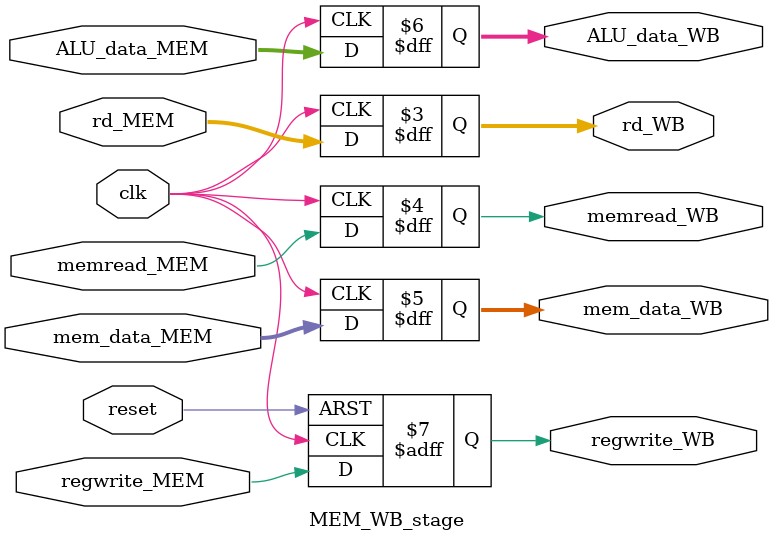
<source format=v>
`timescale 1ns / 1ps


module MEM_WB_stage(
    input clk,
    input reset,

    input regwrite_MEM,
    input [4:0] rd_MEM,
    input memread_MEM,
    input [31:0] ALU_data_MEM,
    input [31:0] mem_data_MEM,

    output reg regwrite_WB,
    output reg [4:0] rd_WB,
    output reg memread_WB, 
    output reg [31:0] mem_data_WB,
    output reg [31:0] ALU_data_WB
    );
    
    always@(posedge clk or posedge reset) begin
        if (reset) begin
            regwrite_WB <= 0;
        end else begin
            regwrite_WB <= regwrite_MEM;
        end
    end
    
    always@(posedge clk) begin
        rd_WB <= rd_MEM;
        memread_WB <= memread_MEM;
        ALU_data_WB <= ALU_data_MEM;
        mem_data_WB <= mem_data_MEM;
    end

endmodule

</source>
